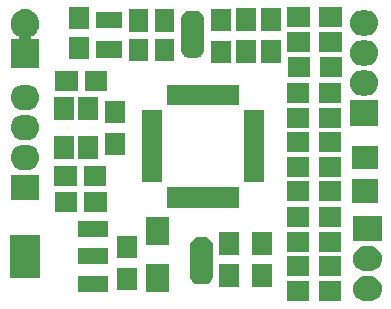
<source format=gbr>
G04 #@! TF.GenerationSoftware,KiCad,Pcbnew,6.0.0-rc1-unknown-1088786~66~ubuntu16.04.1*
G04 #@! TF.CreationDate,2018-12-29T10:22:54+01:00
G04 #@! TF.ProjectId,audi_concert1_chorus1_volume_fix,61756469-5f63-46f6-9e63-657274315f63,rev?*
G04 #@! TF.SameCoordinates,Original*
G04 #@! TF.FileFunction,Soldermask,Top*
G04 #@! TF.FilePolarity,Negative*
%FSLAX46Y46*%
G04 Gerber Fmt 4.6, Leading zero omitted, Abs format (unit mm)*
G04 Created by KiCad (PCBNEW 6.0.0-rc1-unknown-1088786~66~ubuntu16.04.1) date So 29. december 2018, 10:22:54 CET*
%MOMM*%
%LPD*%
G04 APERTURE LIST*
%ADD10C,0.050000*%
G04 APERTURE END LIST*
D10*
G36*
X194975703Y-117036389D02*
G01*
X195176191Y-117097207D01*
X195360964Y-117195969D01*
X195522918Y-117328882D01*
X195655831Y-117490836D01*
X195754593Y-117675609D01*
X195815411Y-117876097D01*
X195835946Y-118084600D01*
X195815411Y-118293103D01*
X195754593Y-118493591D01*
X195655831Y-118678364D01*
X195522918Y-118840318D01*
X195360964Y-118973231D01*
X195176191Y-119071993D01*
X194975703Y-119132811D01*
X194819451Y-119148200D01*
X194410149Y-119148200D01*
X194253897Y-119132811D01*
X194053409Y-119071993D01*
X193868636Y-118973231D01*
X193706682Y-118840318D01*
X193573769Y-118678364D01*
X193475007Y-118493591D01*
X193414189Y-118293103D01*
X193393654Y-118084600D01*
X193414189Y-117876097D01*
X193475007Y-117675609D01*
X193573769Y-117490836D01*
X193706682Y-117328882D01*
X193868636Y-117195969D01*
X194053409Y-117097207D01*
X194253897Y-117036389D01*
X194410149Y-117021000D01*
X194819451Y-117021000D01*
X194975703Y-117036389D01*
X194975703Y-117036389D01*
G37*
G36*
X192393600Y-119112400D02*
G01*
X190493600Y-119112400D01*
X190493600Y-117412400D01*
X192393600Y-117412400D01*
X192393600Y-119112400D01*
X192393600Y-119112400D01*
G37*
G36*
X189693600Y-119112400D02*
G01*
X187793600Y-119112400D01*
X187793600Y-117412400D01*
X189693600Y-117412400D01*
X189693600Y-119112400D01*
X189693600Y-119112400D01*
G37*
G36*
X177834800Y-118389000D02*
G01*
X175834800Y-118389000D01*
X175834800Y-115989000D01*
X177834800Y-115989000D01*
X177834800Y-118389000D01*
X177834800Y-118389000D01*
G37*
G36*
X172678600Y-118316400D02*
G01*
X170128600Y-118316400D01*
X170128600Y-116966400D01*
X172678600Y-116966400D01*
X172678600Y-118316400D01*
X172678600Y-118316400D01*
G37*
G36*
X175119400Y-118200200D02*
G01*
X173419400Y-118200200D01*
X173419400Y-116300200D01*
X175119400Y-116300200D01*
X175119400Y-118200200D01*
X175119400Y-118200200D01*
G37*
G36*
X183780800Y-117899200D02*
G01*
X182080800Y-117899200D01*
X182080800Y-115999200D01*
X183780800Y-115999200D01*
X183780800Y-117899200D01*
X183780800Y-117899200D01*
G37*
G36*
X186574800Y-117895400D02*
G01*
X184874800Y-117895400D01*
X184874800Y-115995400D01*
X186574800Y-115995400D01*
X186574800Y-117895400D01*
X186574800Y-117895400D01*
G37*
G36*
X180955163Y-113735849D02*
G01*
X181086478Y-113775683D01*
X181207499Y-113840370D01*
X181313575Y-113927424D01*
X181400629Y-114033500D01*
X181465316Y-114154521D01*
X181475882Y-114189352D01*
X181482912Y-114206325D01*
X181496526Y-114226700D01*
X181513853Y-114244027D01*
X181518600Y-114247199D01*
X181518600Y-117197657D01*
X181504764Y-117209012D01*
X181489218Y-117227954D01*
X181475287Y-117257411D01*
X181465316Y-117290279D01*
X181400629Y-117411300D01*
X181313575Y-117517376D01*
X181207499Y-117604430D01*
X181086478Y-117669117D01*
X180955163Y-117708951D01*
X180818600Y-117722401D01*
X180318600Y-117722401D01*
X180182037Y-117708951D01*
X180050722Y-117669117D01*
X179929701Y-117604430D01*
X179823625Y-117517376D01*
X179736571Y-117411300D01*
X179671884Y-117290279D01*
X179661318Y-117255448D01*
X179654288Y-117238475D01*
X179640674Y-117218100D01*
X179623347Y-117200773D01*
X179618600Y-117197601D01*
X179618600Y-114247143D01*
X179632436Y-114235788D01*
X179647982Y-114216846D01*
X179661913Y-114187389D01*
X179671884Y-114154521D01*
X179736571Y-114033500D01*
X179823625Y-113927424D01*
X179929701Y-113840370D01*
X180050722Y-113775683D01*
X180182037Y-113735849D01*
X180318600Y-113722399D01*
X180818600Y-113722399D01*
X180955163Y-113735849D01*
X180955163Y-113735849D01*
G37*
G36*
X166878600Y-117166400D02*
G01*
X164328600Y-117166400D01*
X164328600Y-113516400D01*
X166878600Y-113516400D01*
X166878600Y-117166400D01*
X166878600Y-117166400D01*
G37*
G36*
X192393600Y-117029600D02*
G01*
X190493600Y-117029600D01*
X190493600Y-115329600D01*
X192393600Y-115329600D01*
X192393600Y-117029600D01*
X192393600Y-117029600D01*
G37*
G36*
X189693600Y-117029600D02*
G01*
X187793600Y-117029600D01*
X187793600Y-115329600D01*
X189693600Y-115329600D01*
X189693600Y-117029600D01*
X189693600Y-117029600D01*
G37*
G36*
X194975703Y-114496389D02*
G01*
X195176191Y-114557207D01*
X195360964Y-114655969D01*
X195522918Y-114788882D01*
X195655831Y-114950836D01*
X195754593Y-115135609D01*
X195815411Y-115336097D01*
X195835946Y-115544600D01*
X195815411Y-115753103D01*
X195754593Y-115953591D01*
X195655831Y-116138364D01*
X195522918Y-116300318D01*
X195360964Y-116433231D01*
X195176191Y-116531993D01*
X194975703Y-116592811D01*
X194819451Y-116608200D01*
X194410149Y-116608200D01*
X194253897Y-116592811D01*
X194053409Y-116531993D01*
X193868636Y-116433231D01*
X193706682Y-116300318D01*
X193573769Y-116138364D01*
X193475007Y-115953591D01*
X193414189Y-115753103D01*
X193393654Y-115544600D01*
X193414189Y-115336097D01*
X193475007Y-115135609D01*
X193573769Y-114950836D01*
X193706682Y-114788882D01*
X193868636Y-114655969D01*
X194053409Y-114557207D01*
X194253897Y-114496389D01*
X194410149Y-114481000D01*
X194819451Y-114481000D01*
X194975703Y-114496389D01*
X194975703Y-114496389D01*
G37*
G36*
X172678600Y-116016400D02*
G01*
X170128600Y-116016400D01*
X170128600Y-114666400D01*
X172678600Y-114666400D01*
X172678600Y-116016400D01*
X172678600Y-116016400D01*
G37*
G36*
X175119400Y-115500200D02*
G01*
X173419400Y-115500200D01*
X173419400Y-113600200D01*
X175119400Y-113600200D01*
X175119400Y-115500200D01*
X175119400Y-115500200D01*
G37*
G36*
X183780800Y-115199200D02*
G01*
X182080800Y-115199200D01*
X182080800Y-113299200D01*
X183780800Y-113299200D01*
X183780800Y-115199200D01*
X183780800Y-115199200D01*
G37*
G36*
X186574800Y-115195400D02*
G01*
X184874800Y-115195400D01*
X184874800Y-113295400D01*
X186574800Y-113295400D01*
X186574800Y-115195400D01*
X186574800Y-115195400D01*
G37*
G36*
X189697400Y-114946800D02*
G01*
X187797400Y-114946800D01*
X187797400Y-113246800D01*
X189697400Y-113246800D01*
X189697400Y-114946800D01*
X189697400Y-114946800D01*
G37*
G36*
X192397400Y-114946800D02*
G01*
X190497400Y-114946800D01*
X190497400Y-113246800D01*
X192397400Y-113246800D01*
X192397400Y-114946800D01*
X192397400Y-114946800D01*
G37*
G36*
X177834800Y-114389000D02*
G01*
X175834800Y-114389000D01*
X175834800Y-111989000D01*
X177834800Y-111989000D01*
X177834800Y-114389000D01*
X177834800Y-114389000D01*
G37*
G36*
X195830800Y-114068200D02*
G01*
X193398800Y-114068200D01*
X193398800Y-111941000D01*
X195830800Y-111941000D01*
X195830800Y-114068200D01*
X195830800Y-114068200D01*
G37*
G36*
X172678600Y-113716400D02*
G01*
X170128600Y-113716400D01*
X170128600Y-112366400D01*
X172678600Y-112366400D01*
X172678600Y-113716400D01*
X172678600Y-113716400D01*
G37*
G36*
X192397400Y-112889400D02*
G01*
X190497400Y-112889400D01*
X190497400Y-111189400D01*
X192397400Y-111189400D01*
X192397400Y-112889400D01*
X192397400Y-112889400D01*
G37*
G36*
X189697400Y-112889400D02*
G01*
X187797400Y-112889400D01*
X187797400Y-111189400D01*
X189697400Y-111189400D01*
X189697400Y-112889400D01*
X189697400Y-112889400D01*
G37*
G36*
X170032400Y-111569000D02*
G01*
X168132400Y-111569000D01*
X168132400Y-109919000D01*
X170032400Y-109919000D01*
X170032400Y-111569000D01*
X170032400Y-111569000D01*
G37*
G36*
X172532400Y-111569000D02*
G01*
X170632400Y-111569000D01*
X170632400Y-109919000D01*
X172532400Y-109919000D01*
X172532400Y-111569000D01*
X172532400Y-111569000D01*
G37*
G36*
X183783300Y-111206900D02*
G01*
X177633300Y-111206900D01*
X177633300Y-109506900D01*
X183783300Y-109506900D01*
X183783300Y-111206900D01*
X183783300Y-111206900D01*
G37*
G36*
X195537430Y-110800490D02*
G01*
X193336570Y-110800490D01*
X193336570Y-108802830D01*
X195537430Y-108802830D01*
X195537430Y-110800490D01*
X195537430Y-110800490D01*
G37*
G36*
X189715200Y-110679600D02*
G01*
X187815200Y-110679600D01*
X187815200Y-108979600D01*
X189715200Y-108979600D01*
X189715200Y-110679600D01*
X189715200Y-110679600D01*
G37*
G36*
X192415200Y-110679600D02*
G01*
X190515200Y-110679600D01*
X190515200Y-108979600D01*
X192415200Y-108979600D01*
X192415200Y-110679600D01*
X192415200Y-110679600D01*
G37*
G36*
X166849400Y-110563000D02*
G01*
X164417400Y-110563000D01*
X164417400Y-108435800D01*
X166849400Y-108435800D01*
X166849400Y-110563000D01*
X166849400Y-110563000D01*
G37*
G36*
X172527000Y-109346500D02*
G01*
X170627000Y-109346500D01*
X170627000Y-107696500D01*
X172527000Y-107696500D01*
X172527000Y-109346500D01*
X172527000Y-109346500D01*
G37*
G36*
X170027000Y-109346500D02*
G01*
X168127000Y-109346500D01*
X168127000Y-107696500D01*
X170027000Y-107696500D01*
X170027000Y-109346500D01*
X170027000Y-109346500D01*
G37*
G36*
X177208300Y-109081900D02*
G01*
X175508300Y-109081900D01*
X175508300Y-102931900D01*
X177208300Y-102931900D01*
X177208300Y-109081900D01*
X177208300Y-109081900D01*
G37*
G36*
X185908300Y-109081900D02*
G01*
X184208300Y-109081900D01*
X184208300Y-102931900D01*
X185908300Y-102931900D01*
X185908300Y-109081900D01*
X185908300Y-109081900D01*
G37*
G36*
X192415200Y-108622200D02*
G01*
X190515200Y-108622200D01*
X190515200Y-106922200D01*
X192415200Y-106922200D01*
X192415200Y-108622200D01*
X192415200Y-108622200D01*
G37*
G36*
X189715200Y-108622200D02*
G01*
X187815200Y-108622200D01*
X187815200Y-106922200D01*
X189715200Y-106922200D01*
X189715200Y-108622200D01*
X189715200Y-108622200D01*
G37*
G36*
X165994303Y-105911189D02*
G01*
X166194791Y-105972007D01*
X166379564Y-106070769D01*
X166541518Y-106203682D01*
X166674431Y-106365636D01*
X166773193Y-106550409D01*
X166834011Y-106750897D01*
X166854546Y-106959400D01*
X166834011Y-107167903D01*
X166773193Y-107368391D01*
X166674431Y-107553164D01*
X166541518Y-107715118D01*
X166379564Y-107848031D01*
X166194791Y-107946793D01*
X165994303Y-108007611D01*
X165838051Y-108023000D01*
X165428749Y-108023000D01*
X165272497Y-108007611D01*
X165072009Y-107946793D01*
X164887236Y-107848031D01*
X164725282Y-107715118D01*
X164592369Y-107553164D01*
X164493607Y-107368391D01*
X164432789Y-107167903D01*
X164412254Y-106959400D01*
X164432789Y-106750897D01*
X164493607Y-106550409D01*
X164592369Y-106365636D01*
X164725282Y-106203682D01*
X164887236Y-106070769D01*
X165072009Y-105972007D01*
X165272497Y-105911189D01*
X165428749Y-105895800D01*
X165838051Y-105895800D01*
X165994303Y-105911189D01*
X165994303Y-105911189D01*
G37*
G36*
X195537430Y-107960770D02*
G01*
X193336570Y-107960770D01*
X193336570Y-105963110D01*
X195537430Y-105963110D01*
X195537430Y-107960770D01*
X195537430Y-107960770D01*
G37*
G36*
X169810800Y-107121200D02*
G01*
X168110800Y-107121200D01*
X168110800Y-105121200D01*
X169810800Y-105121200D01*
X169810800Y-107121200D01*
X169810800Y-107121200D01*
G37*
G36*
X171810800Y-107121200D02*
G01*
X170110800Y-107121200D01*
X170110800Y-105121200D01*
X171810800Y-105121200D01*
X171810800Y-107121200D01*
X171810800Y-107121200D01*
G37*
G36*
X174078000Y-106791800D02*
G01*
X172378000Y-106791800D01*
X172378000Y-104891800D01*
X174078000Y-104891800D01*
X174078000Y-106791800D01*
X174078000Y-106791800D01*
G37*
G36*
X192415200Y-106539400D02*
G01*
X190515200Y-106539400D01*
X190515200Y-104839400D01*
X192415200Y-104839400D01*
X192415200Y-106539400D01*
X192415200Y-106539400D01*
G37*
G36*
X189715200Y-106539400D02*
G01*
X187815200Y-106539400D01*
X187815200Y-104839400D01*
X189715200Y-104839400D01*
X189715200Y-106539400D01*
X189715200Y-106539400D01*
G37*
G36*
X165994303Y-103371189D02*
G01*
X166194791Y-103432007D01*
X166379564Y-103530769D01*
X166541518Y-103663682D01*
X166674431Y-103825636D01*
X166773193Y-104010409D01*
X166834011Y-104210897D01*
X166854546Y-104419400D01*
X166834011Y-104627903D01*
X166773193Y-104828391D01*
X166674431Y-105013164D01*
X166541518Y-105175118D01*
X166379564Y-105308031D01*
X166194791Y-105406793D01*
X165994303Y-105467611D01*
X165838051Y-105483000D01*
X165428749Y-105483000D01*
X165272497Y-105467611D01*
X165072009Y-105406793D01*
X164887236Y-105308031D01*
X164725282Y-105175118D01*
X164592369Y-105013164D01*
X164493607Y-104828391D01*
X164432789Y-104627903D01*
X164412254Y-104419400D01*
X164432789Y-104210897D01*
X164493607Y-104010409D01*
X164592369Y-103825636D01*
X164725282Y-103663682D01*
X164887236Y-103530769D01*
X165072009Y-103432007D01*
X165272497Y-103371189D01*
X165428749Y-103355800D01*
X165838051Y-103355800D01*
X165994303Y-103371189D01*
X165994303Y-103371189D01*
G37*
G36*
X189693600Y-104456600D02*
G01*
X187793600Y-104456600D01*
X187793600Y-102756600D01*
X189693600Y-102756600D01*
X189693600Y-104456600D01*
X189693600Y-104456600D01*
G37*
G36*
X192393600Y-104456600D02*
G01*
X190493600Y-104456600D01*
X190493600Y-102756600D01*
X192393600Y-102756600D01*
X192393600Y-104456600D01*
X192393600Y-104456600D01*
G37*
G36*
X195551400Y-104263800D02*
G01*
X193119400Y-104263800D01*
X193119400Y-102136600D01*
X195551400Y-102136600D01*
X195551400Y-104263800D01*
X195551400Y-104263800D01*
G37*
G36*
X174078000Y-104091800D02*
G01*
X172378000Y-104091800D01*
X172378000Y-102191800D01*
X174078000Y-102191800D01*
X174078000Y-104091800D01*
X174078000Y-104091800D01*
G37*
G36*
X171810800Y-103821200D02*
G01*
X170110800Y-103821200D01*
X170110800Y-101821200D01*
X171810800Y-101821200D01*
X171810800Y-103821200D01*
X171810800Y-103821200D01*
G37*
G36*
X169810800Y-103821200D02*
G01*
X168110800Y-103821200D01*
X168110800Y-101821200D01*
X169810800Y-101821200D01*
X169810800Y-103821200D01*
X169810800Y-103821200D01*
G37*
G36*
X165994303Y-100831189D02*
G01*
X166194791Y-100892007D01*
X166379564Y-100990769D01*
X166541518Y-101123682D01*
X166674431Y-101285636D01*
X166773193Y-101470409D01*
X166834011Y-101670897D01*
X166854546Y-101879400D01*
X166834011Y-102087903D01*
X166773193Y-102288391D01*
X166674431Y-102473164D01*
X166541518Y-102635118D01*
X166379564Y-102768031D01*
X166194791Y-102866793D01*
X165994303Y-102927611D01*
X165838051Y-102943000D01*
X165428749Y-102943000D01*
X165272497Y-102927611D01*
X165072009Y-102866793D01*
X164887236Y-102768031D01*
X164725282Y-102635118D01*
X164592369Y-102473164D01*
X164493607Y-102288391D01*
X164432789Y-102087903D01*
X164412254Y-101879400D01*
X164432789Y-101670897D01*
X164493607Y-101470409D01*
X164592369Y-101285636D01*
X164725282Y-101123682D01*
X164887236Y-100990769D01*
X165072009Y-100892007D01*
X165272497Y-100831189D01*
X165428749Y-100815800D01*
X165838051Y-100815800D01*
X165994303Y-100831189D01*
X165994303Y-100831189D01*
G37*
G36*
X183783300Y-102506900D02*
G01*
X177633300Y-102506900D01*
X177633300Y-100806900D01*
X183783300Y-100806900D01*
X183783300Y-102506900D01*
X183783300Y-102506900D01*
G37*
G36*
X189693600Y-102373800D02*
G01*
X187793600Y-102373800D01*
X187793600Y-100673800D01*
X189693600Y-100673800D01*
X189693600Y-102373800D01*
X189693600Y-102373800D01*
G37*
G36*
X192393600Y-102373800D02*
G01*
X190493600Y-102373800D01*
X190493600Y-100673800D01*
X192393600Y-100673800D01*
X192393600Y-102373800D01*
X192393600Y-102373800D01*
G37*
G36*
X194696303Y-99611989D02*
G01*
X194896791Y-99672807D01*
X195081564Y-99771569D01*
X195243518Y-99904482D01*
X195376431Y-100066436D01*
X195475193Y-100251209D01*
X195536011Y-100451697D01*
X195556546Y-100660200D01*
X195536011Y-100868703D01*
X195475193Y-101069191D01*
X195376431Y-101253964D01*
X195243518Y-101415918D01*
X195081564Y-101548831D01*
X194896791Y-101647593D01*
X194696303Y-101708411D01*
X194540051Y-101723800D01*
X194130749Y-101723800D01*
X193974497Y-101708411D01*
X193774009Y-101647593D01*
X193589236Y-101548831D01*
X193427282Y-101415918D01*
X193294369Y-101253964D01*
X193195607Y-101069191D01*
X193134789Y-100868703D01*
X193114254Y-100660200D01*
X193134789Y-100451697D01*
X193195607Y-100251209D01*
X193294369Y-100066436D01*
X193427282Y-99904482D01*
X193589236Y-99771569D01*
X193774009Y-99672807D01*
X193974497Y-99611989D01*
X194130749Y-99596600D01*
X194540051Y-99596600D01*
X194696303Y-99611989D01*
X194696303Y-99611989D01*
G37*
G36*
X172575900Y-101307400D02*
G01*
X170675900Y-101307400D01*
X170675900Y-99657400D01*
X172575900Y-99657400D01*
X172575900Y-101307400D01*
X172575900Y-101307400D01*
G37*
G36*
X170075900Y-101307400D02*
G01*
X168175900Y-101307400D01*
X168175900Y-99657400D01*
X170075900Y-99657400D01*
X170075900Y-101307400D01*
X170075900Y-101307400D01*
G37*
G36*
X192469800Y-100189400D02*
G01*
X190569800Y-100189400D01*
X190569800Y-98489400D01*
X192469800Y-98489400D01*
X192469800Y-100189400D01*
X192469800Y-100189400D01*
G37*
G36*
X189769800Y-100189400D02*
G01*
X187869800Y-100189400D01*
X187869800Y-98489400D01*
X189769800Y-98489400D01*
X189769800Y-100189400D01*
X189769800Y-100189400D01*
G37*
G36*
X165752681Y-94420865D02*
G01*
X165871778Y-94432595D01*
X166024589Y-94478950D01*
X166100995Y-94502127D01*
X166156862Y-94531989D01*
X166312242Y-94615041D01*
X166497402Y-94766998D01*
X166649359Y-94952158D01*
X166712423Y-95070143D01*
X166762273Y-95163405D01*
X166762273Y-95163406D01*
X166831805Y-95392622D01*
X166855283Y-95631000D01*
X166831805Y-95869378D01*
X166788086Y-96013500D01*
X166762273Y-96098595D01*
X166746085Y-96128880D01*
X166649359Y-96309842D01*
X166497402Y-96495002D01*
X166312242Y-96646959D01*
X166176040Y-96719760D01*
X166155666Y-96733374D01*
X166138339Y-96750701D01*
X166124725Y-96771076D01*
X166115347Y-96793715D01*
X166110567Y-96817748D01*
X166110567Y-96842252D01*
X166115348Y-96866286D01*
X166124725Y-96888925D01*
X166138339Y-96909299D01*
X166155666Y-96926626D01*
X166176041Y-96940240D01*
X166198680Y-96949618D01*
X166234965Y-96955000D01*
X166849400Y-96955000D01*
X166849400Y-99387000D01*
X164417400Y-99387000D01*
X164417400Y-96955000D01*
X165031835Y-96955000D01*
X165056221Y-96952598D01*
X165079670Y-96945485D01*
X165101281Y-96933934D01*
X165120223Y-96918388D01*
X165135769Y-96899446D01*
X165147320Y-96877835D01*
X165154433Y-96854386D01*
X165156835Y-96830000D01*
X165154433Y-96805614D01*
X165147320Y-96782165D01*
X165135769Y-96760554D01*
X165120223Y-96741612D01*
X165090760Y-96719760D01*
X164954558Y-96646959D01*
X164769398Y-96495002D01*
X164617441Y-96309842D01*
X164520715Y-96128880D01*
X164504527Y-96098595D01*
X164478714Y-96013500D01*
X164434995Y-95869378D01*
X164411517Y-95631000D01*
X164434995Y-95392622D01*
X164504527Y-95163406D01*
X164504527Y-95163405D01*
X164554377Y-95070143D01*
X164617441Y-94952158D01*
X164769398Y-94766998D01*
X164954558Y-94615041D01*
X165109938Y-94531989D01*
X165165805Y-94502127D01*
X165242211Y-94478950D01*
X165395022Y-94432595D01*
X165514119Y-94420865D01*
X165573667Y-94415000D01*
X165693133Y-94415000D01*
X165752681Y-94420865D01*
X165752681Y-94420865D01*
G37*
G36*
X194696303Y-97071989D02*
G01*
X194896791Y-97132807D01*
X195081564Y-97231569D01*
X195243518Y-97364482D01*
X195376431Y-97526436D01*
X195475193Y-97711209D01*
X195536011Y-97911697D01*
X195556546Y-98120200D01*
X195536011Y-98328703D01*
X195475193Y-98529191D01*
X195376431Y-98713964D01*
X195243518Y-98875918D01*
X195081564Y-99008831D01*
X194896791Y-99107593D01*
X194696303Y-99168411D01*
X194540051Y-99183800D01*
X194130749Y-99183800D01*
X193974497Y-99168411D01*
X193774009Y-99107593D01*
X193589236Y-99008831D01*
X193427282Y-98875918D01*
X193294369Y-98713964D01*
X193195607Y-98529191D01*
X193134789Y-98328703D01*
X193114254Y-98120200D01*
X193134789Y-97911697D01*
X193195607Y-97711209D01*
X193294369Y-97526436D01*
X193427282Y-97364482D01*
X193589236Y-97231569D01*
X193774009Y-97132807D01*
X193974497Y-97071989D01*
X194130749Y-97056600D01*
X194540051Y-97056600D01*
X194696303Y-97071989D01*
X194696303Y-97071989D01*
G37*
G36*
X183069600Y-98972400D02*
G01*
X181369600Y-98972400D01*
X181369600Y-97072400D01*
X183069600Y-97072400D01*
X183069600Y-98972400D01*
X183069600Y-98972400D01*
G37*
G36*
X187311400Y-98950800D02*
G01*
X185611400Y-98950800D01*
X185611400Y-97050800D01*
X187311400Y-97050800D01*
X187311400Y-98950800D01*
X187311400Y-98950800D01*
G37*
G36*
X185203200Y-98947000D02*
G01*
X183503200Y-98947000D01*
X183503200Y-97047000D01*
X185203200Y-97047000D01*
X185203200Y-98947000D01*
X185203200Y-98947000D01*
G37*
G36*
X176085000Y-98827000D02*
G01*
X174435000Y-98827000D01*
X174435000Y-96927000D01*
X176085000Y-96927000D01*
X176085000Y-98827000D01*
X176085000Y-98827000D01*
G37*
G36*
X178282100Y-98821600D02*
G01*
X176632100Y-98821600D01*
X176632100Y-96921600D01*
X178282100Y-96921600D01*
X178282100Y-98821600D01*
X178282100Y-98821600D01*
G37*
G36*
X171045640Y-98628880D02*
G01*
X169395640Y-98628880D01*
X169395640Y-96728880D01*
X171045640Y-96728880D01*
X171045640Y-98628880D01*
X171045640Y-98628880D01*
G37*
G36*
X180193163Y-94558849D02*
G01*
X180324478Y-94598683D01*
X180445499Y-94663370D01*
X180551575Y-94750424D01*
X180638629Y-94856500D01*
X180703316Y-94977521D01*
X180713882Y-95012352D01*
X180720912Y-95029325D01*
X180734526Y-95049700D01*
X180751853Y-95067027D01*
X180756600Y-95070199D01*
X180756600Y-98020657D01*
X180742764Y-98032012D01*
X180727218Y-98050954D01*
X180713287Y-98080411D01*
X180703316Y-98113279D01*
X180638629Y-98234300D01*
X180551575Y-98340376D01*
X180445499Y-98427430D01*
X180324478Y-98492117D01*
X180193163Y-98531951D01*
X180056600Y-98545401D01*
X179556600Y-98545401D01*
X179420037Y-98531951D01*
X179288722Y-98492117D01*
X179167701Y-98427430D01*
X179061625Y-98340376D01*
X178974571Y-98234300D01*
X178909884Y-98113279D01*
X178899318Y-98078448D01*
X178892288Y-98061475D01*
X178878674Y-98041100D01*
X178861347Y-98023773D01*
X178856600Y-98020601D01*
X178856600Y-95070143D01*
X178870436Y-95058788D01*
X178885982Y-95039846D01*
X178899913Y-95010389D01*
X178909884Y-94977521D01*
X178974571Y-94856500D01*
X179061625Y-94750424D01*
X179167701Y-94663370D01*
X179288722Y-94598683D01*
X179420037Y-94558849D01*
X179556600Y-94545399D01*
X180056600Y-94545399D01*
X180193163Y-94558849D01*
X180193163Y-94558849D01*
G37*
G36*
X173807300Y-98513500D02*
G01*
X171607300Y-98513500D01*
X171607300Y-97113500D01*
X173807300Y-97113500D01*
X173807300Y-98513500D01*
X173807300Y-98513500D01*
G37*
G36*
X192453280Y-98050720D02*
G01*
X190553280Y-98050720D01*
X190553280Y-96350720D01*
X192453280Y-96350720D01*
X192453280Y-98050720D01*
X192453280Y-98050720D01*
G37*
G36*
X189753280Y-98050720D02*
G01*
X187853280Y-98050720D01*
X187853280Y-96350720D01*
X189753280Y-96350720D01*
X189753280Y-98050720D01*
X189753280Y-98050720D01*
G37*
G36*
X194696303Y-94531989D02*
G01*
X194896791Y-94592807D01*
X195081564Y-94691569D01*
X195243518Y-94824482D01*
X195376431Y-94986436D01*
X195475193Y-95171209D01*
X195536011Y-95371697D01*
X195556546Y-95580200D01*
X195536011Y-95788703D01*
X195475193Y-95989191D01*
X195376431Y-96173964D01*
X195243518Y-96335918D01*
X195081564Y-96468831D01*
X194896791Y-96567593D01*
X194696303Y-96628411D01*
X194540051Y-96643800D01*
X194130749Y-96643800D01*
X193974497Y-96628411D01*
X193774009Y-96567593D01*
X193589236Y-96468831D01*
X193427282Y-96335918D01*
X193294369Y-96173964D01*
X193195607Y-95989191D01*
X193134789Y-95788703D01*
X193114254Y-95580200D01*
X193134789Y-95371697D01*
X193195607Y-95171209D01*
X193294369Y-94986436D01*
X193427282Y-94824482D01*
X193589236Y-94691569D01*
X193774009Y-94592807D01*
X193974497Y-94531989D01*
X194130749Y-94516600D01*
X194540051Y-94516600D01*
X194696303Y-94531989D01*
X194696303Y-94531989D01*
G37*
G36*
X176085000Y-96327000D02*
G01*
X174435000Y-96327000D01*
X174435000Y-94427000D01*
X176085000Y-94427000D01*
X176085000Y-96327000D01*
X176085000Y-96327000D01*
G37*
G36*
X178282100Y-96321600D02*
G01*
X176632100Y-96321600D01*
X176632100Y-94421600D01*
X178282100Y-94421600D01*
X178282100Y-96321600D01*
X178282100Y-96321600D01*
G37*
G36*
X183069600Y-96272400D02*
G01*
X181369600Y-96272400D01*
X181369600Y-94372400D01*
X183069600Y-94372400D01*
X183069600Y-96272400D01*
X183069600Y-96272400D01*
G37*
G36*
X187311400Y-96250800D02*
G01*
X185611400Y-96250800D01*
X185611400Y-94350800D01*
X187311400Y-94350800D01*
X187311400Y-96250800D01*
X187311400Y-96250800D01*
G37*
G36*
X185203200Y-96247000D02*
G01*
X183503200Y-96247000D01*
X183503200Y-94347000D01*
X185203200Y-94347000D01*
X185203200Y-96247000D01*
X185203200Y-96247000D01*
G37*
G36*
X171045640Y-96128880D02*
G01*
X169395640Y-96128880D01*
X169395640Y-94228880D01*
X171045640Y-94228880D01*
X171045640Y-96128880D01*
X171045640Y-96128880D01*
G37*
G36*
X173807300Y-96013500D02*
G01*
X171607300Y-96013500D01*
X171607300Y-94613500D01*
X173807300Y-94613500D01*
X173807300Y-96013500D01*
X173807300Y-96013500D01*
G37*
G36*
X189738040Y-95937440D02*
G01*
X187838040Y-95937440D01*
X187838040Y-94237440D01*
X189738040Y-94237440D01*
X189738040Y-95937440D01*
X189738040Y-95937440D01*
G37*
G36*
X192438040Y-95937440D02*
G01*
X190538040Y-95937440D01*
X190538040Y-94237440D01*
X192438040Y-94237440D01*
X192438040Y-95937440D01*
X192438040Y-95937440D01*
G37*
M02*

</source>
